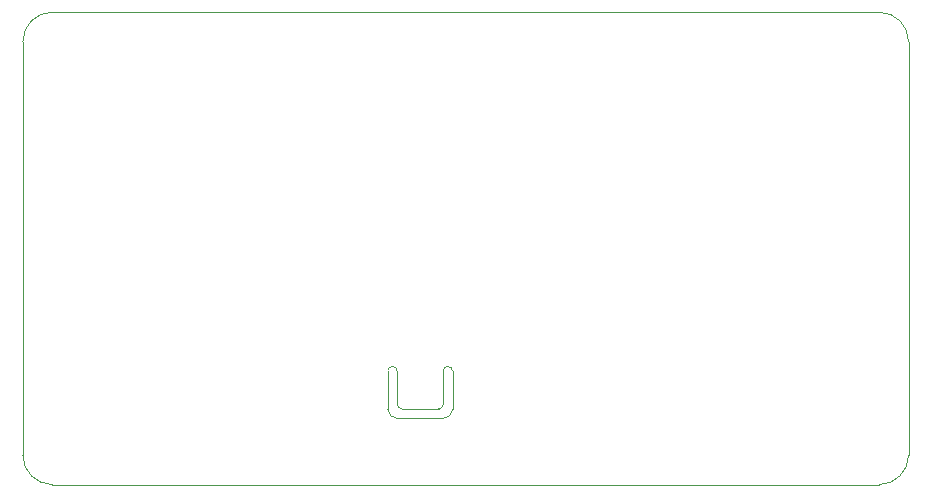
<source format=gbr>
%TF.GenerationSoftware,KiCad,Pcbnew,(6.0.0)*%
%TF.CreationDate,2022-01-14T16:11:58-08:00*%
%TF.ProjectId,nrf5340_qkaa_rev1_sensor,6e726635-3334-4305-9f71-6b61615f7265,rev?*%
%TF.SameCoordinates,Original*%
%TF.FileFunction,Profile,NP*%
%FSLAX46Y46*%
G04 Gerber Fmt 4.6, Leading zero omitted, Abs format (unit mm)*
G04 Created by KiCad (PCBNEW (6.0.0)) date 2022-01-14 16:11:58*
%MOMM*%
%LPD*%
G01*
G04 APERTURE LIST*
%TA.AperFunction,Profile*%
%ADD10C,0.100000*%
%TD*%
G04 APERTURE END LIST*
D10*
X71700000Y-80700000D02*
G75*
G03*
X72100000Y-81100000I399999J-1D01*
G01*
X42500000Y-47500000D02*
G75*
G03*
X40000000Y-50000000I0J-2500000D01*
G01*
X75600000Y-77900000D02*
X75600000Y-80700000D01*
X115000000Y-50000000D02*
X115000000Y-85000000D01*
X71700000Y-80700000D02*
X71700000Y-77900000D01*
X70900000Y-77900000D02*
X70900000Y-81100000D01*
X75600000Y-81900000D02*
G75*
G03*
X76400000Y-81100000I-1J800001D01*
G01*
X75200000Y-81100000D02*
X72100000Y-81100000D01*
X70900000Y-81100000D02*
G75*
G03*
X71700000Y-81900000I800001J1D01*
G01*
X40000000Y-85000000D02*
X40000000Y-50000000D01*
X42500000Y-47500000D02*
X112500000Y-47500000D01*
X112500000Y-87500000D02*
G75*
G03*
X115000000Y-85000000I0J2500000D01*
G01*
X115000000Y-50000000D02*
G75*
G03*
X112500000Y-47500000I-2500000J0D01*
G01*
X75200000Y-81100000D02*
G75*
G03*
X75600000Y-80700000I1J399999D01*
G01*
X112500000Y-87500000D02*
X42500000Y-87500000D01*
X40000000Y-85000000D02*
G75*
G03*
X42500000Y-87500000I2500000J0D01*
G01*
X76400000Y-81100000D02*
X76400000Y-77900000D01*
X71700000Y-77900000D02*
G75*
G03*
X70900000Y-77900000I-400000J0D01*
G01*
X76400000Y-77900000D02*
G75*
G03*
X75600000Y-77900000I-400000J0D01*
G01*
X71700000Y-81900000D02*
X75600000Y-81900000D01*
M02*

</source>
